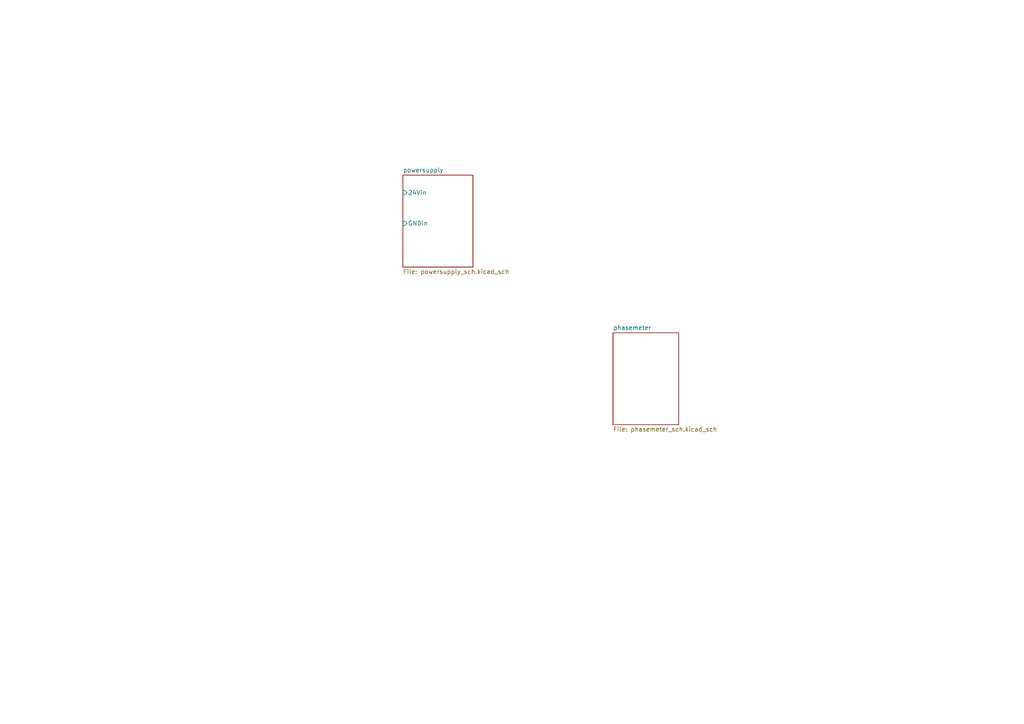
<source format=kicad_sch>
(kicad_sch (version 20211123) (generator eeschema)
  (paper "A4")
  (lib_symbols)
  (sheet (at 116.84 50.8) (size 20.32 26.67) (stroke (width 0.1524))
    (property "Sheet name" "powersupply" (at 116.84 50.0884 0) (effects (justify left bottom)))
    (property "Sheet file" "powersupply_sch.kicad_sch" (at 116.84 78.0546 0) (effects (justify left top)))
    (pin "24Vin" input (at 116.84 55.88 180))
    (pin "GNDin" input (at 116.84 64.77 180))
  )
  (sheet (at 177.8 96.52) (size 19.05 26.67) (stroke (width 0.1524))
    (property "Sheet name" "phasemeter" (at 177.8 95.8084 0) (effects (justify left bottom)))
    (property "Sheet file" "phasemeter_sch.kicad_sch" (at 177.8 123.7746 0) (effects (justify left top)))
  )
)
</source>
